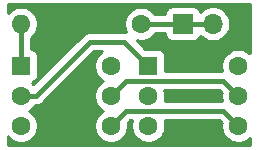
<source format=gbr>
%TF.GenerationSoftware,KiCad,Pcbnew,(5.1.6)-1*%
%TF.CreationDate,2021-08-30T08:33:36-07:00*%
%TF.ProjectId,4N25 Adapter,344e3235-2041-4646-9170-7465722e6b69,rev?*%
%TF.SameCoordinates,Original*%
%TF.FileFunction,Copper,L1,Top*%
%TF.FilePolarity,Positive*%
%FSLAX46Y46*%
G04 Gerber Fmt 4.6, Leading zero omitted, Abs format (unit mm)*
G04 Created by KiCad (PCBNEW (5.1.6)-1) date 2021-08-30 08:33:36*
%MOMM*%
%LPD*%
G01*
G04 APERTURE LIST*
%TA.AperFunction,ComponentPad*%
%ADD10C,1.600000*%
%TD*%
%TA.AperFunction,ComponentPad*%
%ADD11R,1.600000X1.600000*%
%TD*%
%TA.AperFunction,ComponentPad*%
%ADD12O,1.600000X1.600000*%
%TD*%
%TA.AperFunction,ComponentPad*%
%ADD13O,1.700000X1.700000*%
%TD*%
%TA.AperFunction,ComponentPad*%
%ADD14R,1.700000X1.700000*%
%TD*%
%TA.AperFunction,ViaPad*%
%ADD15C,0.800000*%
%TD*%
%TA.AperFunction,Conductor*%
%ADD16C,0.381000*%
%TD*%
%TA.AperFunction,Conductor*%
%ADD17C,0.254000*%
%TD*%
G04 APERTURE END LIST*
D10*
%TO.P,U1,6*%
%TO.N,Net-(U1-Pad6)*%
X113030000Y-90170000D03*
%TO.P,U1,5*%
%TO.N,Net-(J1-Pad5)*%
X113030000Y-92710000D03*
%TO.P,U1,4*%
%TO.N,Net-(J1-Pad4)*%
X113030000Y-95250000D03*
%TO.P,U1,3*%
%TO.N,Net-(U1-Pad3)*%
X105410000Y-95250000D03*
%TO.P,U1,2*%
%TO.N,Net-(J1-Pad1)*%
X105410000Y-92710000D03*
D11*
%TO.P,U1,1*%
%TO.N,Net-(R1-Pad2)*%
X105410000Y-90170000D03*
%TD*%
D12*
%TO.P,R1,2*%
%TO.N,Net-(R1-Pad2)*%
X105410000Y-86614000D03*
D10*
%TO.P,R1,1*%
%TO.N,Net-(J2-Pad1)*%
X115570000Y-86614000D03*
%TD*%
D13*
%TO.P,J2,2*%
%TO.N,Net-(J2-Pad1)*%
X121666000Y-86614000D03*
D14*
%TO.P,J2,1*%
X119126000Y-86614000D03*
%TD*%
D10*
%TO.P,J1,6*%
%TO.N,Net-(J1-Pad6)*%
X123825000Y-90170000D03*
%TO.P,J1,5*%
%TO.N,Net-(J1-Pad5)*%
X123825000Y-92710000D03*
%TO.P,J1,4*%
%TO.N,Net-(J1-Pad4)*%
X123825000Y-95250000D03*
%TO.P,J1,3*%
%TO.N,Net-(J1-Pad3)*%
X116205000Y-95250000D03*
%TO.P,J1,2*%
%TO.N,GND*%
X116205000Y-92710000D03*
D11*
%TO.P,J1,1*%
%TO.N,Net-(J1-Pad1)*%
X116205000Y-90170000D03*
%TD*%
D15*
%TO.N,GND*%
X120396000Y-88900000D03*
X106934000Y-94234000D03*
X124206000Y-85344000D03*
X114554000Y-96520000D03*
X106680000Y-85344000D03*
X118364000Y-92710000D03*
%TD*%
D16*
%TO.N,Net-(J1-Pad5)*%
X113030000Y-92710000D02*
X114300000Y-91440000D01*
X122555000Y-91440000D02*
X123825000Y-92710000D01*
X114300000Y-91440000D02*
X122555000Y-91440000D01*
%TO.N,Net-(J1-Pad4)*%
X113030000Y-95250000D02*
X114300000Y-93980000D01*
X114300000Y-93980000D02*
X122555000Y-93980000D01*
X122555000Y-93980000D02*
X123825000Y-95250000D01*
%TO.N,Net-(J1-Pad1)*%
X105410000Y-92710000D02*
X106680000Y-92710000D01*
X106680000Y-92710000D02*
X111252000Y-88138000D01*
X114173000Y-88138000D02*
X116205000Y-90170000D01*
X111252000Y-88138000D02*
X114173000Y-88138000D01*
%TO.N,Net-(J2-Pad1)*%
X115570000Y-86614000D02*
X119126000Y-86614000D01*
X119126000Y-86614000D02*
X121666000Y-86614000D01*
%TO.N,Net-(R1-Pad2)*%
X105410000Y-90170000D02*
X105410000Y-86614000D01*
%TD*%
D17*
%TO.N,GND*%
G36*
X112115241Y-89055363D02*
G01*
X111915363Y-89255241D01*
X111758320Y-89490273D01*
X111650147Y-89751426D01*
X111595000Y-90028665D01*
X111595000Y-90311335D01*
X111650147Y-90588574D01*
X111758320Y-90849727D01*
X111915363Y-91084759D01*
X112115241Y-91284637D01*
X112347759Y-91440000D01*
X112115241Y-91595363D01*
X111915363Y-91795241D01*
X111758320Y-92030273D01*
X111650147Y-92291426D01*
X111595000Y-92568665D01*
X111595000Y-92851335D01*
X111650147Y-93128574D01*
X111758320Y-93389727D01*
X111915363Y-93624759D01*
X112115241Y-93824637D01*
X112347759Y-93980000D01*
X112115241Y-94135363D01*
X111915363Y-94335241D01*
X111758320Y-94570273D01*
X111650147Y-94831426D01*
X111595000Y-95108665D01*
X111595000Y-95391335D01*
X111650147Y-95668574D01*
X111758320Y-95929727D01*
X111915363Y-96164759D01*
X112115241Y-96364637D01*
X112350273Y-96521680D01*
X112611426Y-96629853D01*
X112888665Y-96685000D01*
X113171335Y-96685000D01*
X113448574Y-96629853D01*
X113709727Y-96521680D01*
X113944759Y-96364637D01*
X114144637Y-96164759D01*
X114301680Y-95929727D01*
X114409853Y-95668574D01*
X114465000Y-95391335D01*
X114465000Y-95108665D01*
X114444056Y-95003376D01*
X114641933Y-94805500D01*
X114835886Y-94805500D01*
X114825147Y-94831426D01*
X114770000Y-95108665D01*
X114770000Y-95391335D01*
X114825147Y-95668574D01*
X114933320Y-95929727D01*
X115090363Y-96164759D01*
X115290241Y-96364637D01*
X115525273Y-96521680D01*
X115786426Y-96629853D01*
X116063665Y-96685000D01*
X116346335Y-96685000D01*
X116623574Y-96629853D01*
X116884727Y-96521680D01*
X117119759Y-96364637D01*
X117319637Y-96164759D01*
X117476680Y-95929727D01*
X117584853Y-95668574D01*
X117640000Y-95391335D01*
X117640000Y-95108665D01*
X117584853Y-94831426D01*
X117574114Y-94805500D01*
X122213068Y-94805500D01*
X122410944Y-95003376D01*
X122390000Y-95108665D01*
X122390000Y-95391335D01*
X122445147Y-95668574D01*
X122553320Y-95929727D01*
X122710363Y-96164759D01*
X122910241Y-96364637D01*
X123145273Y-96521680D01*
X123406426Y-96629853D01*
X123683665Y-96685000D01*
X123966335Y-96685000D01*
X124243574Y-96629853D01*
X124504727Y-96521680D01*
X124739759Y-96364637D01*
X124816001Y-96288395D01*
X124816001Y-96876000D01*
X104292000Y-96876000D01*
X104292000Y-96159726D01*
X104295363Y-96164759D01*
X104495241Y-96364637D01*
X104730273Y-96521680D01*
X104991426Y-96629853D01*
X105268665Y-96685000D01*
X105551335Y-96685000D01*
X105828574Y-96629853D01*
X106089727Y-96521680D01*
X106324759Y-96364637D01*
X106524637Y-96164759D01*
X106681680Y-95929727D01*
X106789853Y-95668574D01*
X106845000Y-95391335D01*
X106845000Y-95108665D01*
X106789853Y-94831426D01*
X106681680Y-94570273D01*
X106524637Y-94335241D01*
X106324759Y-94135363D01*
X106092241Y-93980000D01*
X106324759Y-93824637D01*
X106524637Y-93624759D01*
X106584278Y-93535500D01*
X106639450Y-93535500D01*
X106680000Y-93539494D01*
X106720550Y-93535500D01*
X106720553Y-93535500D01*
X106841826Y-93523556D01*
X106997434Y-93476353D01*
X107140842Y-93399699D01*
X107266541Y-93296541D01*
X107292398Y-93265034D01*
X111593933Y-88963500D01*
X112252724Y-88963500D01*
X112115241Y-89055363D01*
G37*
X112115241Y-89055363D02*
X111915363Y-89255241D01*
X111758320Y-89490273D01*
X111650147Y-89751426D01*
X111595000Y-90028665D01*
X111595000Y-90311335D01*
X111650147Y-90588574D01*
X111758320Y-90849727D01*
X111915363Y-91084759D01*
X112115241Y-91284637D01*
X112347759Y-91440000D01*
X112115241Y-91595363D01*
X111915363Y-91795241D01*
X111758320Y-92030273D01*
X111650147Y-92291426D01*
X111595000Y-92568665D01*
X111595000Y-92851335D01*
X111650147Y-93128574D01*
X111758320Y-93389727D01*
X111915363Y-93624759D01*
X112115241Y-93824637D01*
X112347759Y-93980000D01*
X112115241Y-94135363D01*
X111915363Y-94335241D01*
X111758320Y-94570273D01*
X111650147Y-94831426D01*
X111595000Y-95108665D01*
X111595000Y-95391335D01*
X111650147Y-95668574D01*
X111758320Y-95929727D01*
X111915363Y-96164759D01*
X112115241Y-96364637D01*
X112350273Y-96521680D01*
X112611426Y-96629853D01*
X112888665Y-96685000D01*
X113171335Y-96685000D01*
X113448574Y-96629853D01*
X113709727Y-96521680D01*
X113944759Y-96364637D01*
X114144637Y-96164759D01*
X114301680Y-95929727D01*
X114409853Y-95668574D01*
X114465000Y-95391335D01*
X114465000Y-95108665D01*
X114444056Y-95003376D01*
X114641933Y-94805500D01*
X114835886Y-94805500D01*
X114825147Y-94831426D01*
X114770000Y-95108665D01*
X114770000Y-95391335D01*
X114825147Y-95668574D01*
X114933320Y-95929727D01*
X115090363Y-96164759D01*
X115290241Y-96364637D01*
X115525273Y-96521680D01*
X115786426Y-96629853D01*
X116063665Y-96685000D01*
X116346335Y-96685000D01*
X116623574Y-96629853D01*
X116884727Y-96521680D01*
X117119759Y-96364637D01*
X117319637Y-96164759D01*
X117476680Y-95929727D01*
X117584853Y-95668574D01*
X117640000Y-95391335D01*
X117640000Y-95108665D01*
X117584853Y-94831426D01*
X117574114Y-94805500D01*
X122213068Y-94805500D01*
X122410944Y-95003376D01*
X122390000Y-95108665D01*
X122390000Y-95391335D01*
X122445147Y-95668574D01*
X122553320Y-95929727D01*
X122710363Y-96164759D01*
X122910241Y-96364637D01*
X123145273Y-96521680D01*
X123406426Y-96629853D01*
X123683665Y-96685000D01*
X123966335Y-96685000D01*
X124243574Y-96629853D01*
X124504727Y-96521680D01*
X124739759Y-96364637D01*
X124816001Y-96288395D01*
X124816001Y-96876000D01*
X104292000Y-96876000D01*
X104292000Y-96159726D01*
X104295363Y-96164759D01*
X104495241Y-96364637D01*
X104730273Y-96521680D01*
X104991426Y-96629853D01*
X105268665Y-96685000D01*
X105551335Y-96685000D01*
X105828574Y-96629853D01*
X106089727Y-96521680D01*
X106324759Y-96364637D01*
X106524637Y-96164759D01*
X106681680Y-95929727D01*
X106789853Y-95668574D01*
X106845000Y-95391335D01*
X106845000Y-95108665D01*
X106789853Y-94831426D01*
X106681680Y-94570273D01*
X106524637Y-94335241D01*
X106324759Y-94135363D01*
X106092241Y-93980000D01*
X106324759Y-93824637D01*
X106524637Y-93624759D01*
X106584278Y-93535500D01*
X106639450Y-93535500D01*
X106680000Y-93539494D01*
X106720550Y-93535500D01*
X106720553Y-93535500D01*
X106841826Y-93523556D01*
X106997434Y-93476353D01*
X107140842Y-93399699D01*
X107266541Y-93296541D01*
X107292398Y-93265034D01*
X111593933Y-88963500D01*
X112252724Y-88963500D01*
X112115241Y-89055363D01*
G36*
X122410944Y-92463376D02*
G01*
X122390000Y-92568665D01*
X122390000Y-92851335D01*
X122445147Y-93128574D01*
X122455886Y-93154500D01*
X117572975Y-93154500D01*
X117631300Y-92921816D01*
X117645217Y-92639488D01*
X117603787Y-92359870D01*
X117570039Y-92265500D01*
X122213068Y-92265500D01*
X122410944Y-92463376D01*
G37*
X122410944Y-92463376D02*
X122390000Y-92568665D01*
X122390000Y-92851335D01*
X122445147Y-93128574D01*
X122455886Y-93154500D01*
X117572975Y-93154500D01*
X117631300Y-92921816D01*
X117645217Y-92639488D01*
X117603787Y-92359870D01*
X117570039Y-92265500D01*
X122213068Y-92265500D01*
X122410944Y-92463376D01*
G36*
X116398748Y-92695858D02*
G01*
X116384605Y-92710000D01*
X116398748Y-92724143D01*
X116219143Y-92903748D01*
X116205000Y-92889605D01*
X116190858Y-92903748D01*
X116011253Y-92724143D01*
X116025395Y-92710000D01*
X116011253Y-92695858D01*
X116190858Y-92516253D01*
X116205000Y-92530395D01*
X116219143Y-92516253D01*
X116398748Y-92695858D01*
G37*
X116398748Y-92695858D02*
X116384605Y-92710000D01*
X116398748Y-92724143D01*
X116219143Y-92903748D01*
X116205000Y-92889605D01*
X116190858Y-92903748D01*
X116011253Y-92724143D01*
X116025395Y-92710000D01*
X116011253Y-92695858D01*
X116190858Y-92516253D01*
X116205000Y-92530395D01*
X116219143Y-92516253D01*
X116398748Y-92695858D01*
G36*
X124816000Y-89131604D02*
G01*
X124739759Y-89055363D01*
X124504727Y-88898320D01*
X124243574Y-88790147D01*
X123966335Y-88735000D01*
X123683665Y-88735000D01*
X123406426Y-88790147D01*
X123145273Y-88898320D01*
X122910241Y-89055363D01*
X122710363Y-89255241D01*
X122553320Y-89490273D01*
X122445147Y-89751426D01*
X122390000Y-90028665D01*
X122390000Y-90311335D01*
X122445147Y-90588574D01*
X122455886Y-90614500D01*
X117643072Y-90614500D01*
X117643072Y-89370000D01*
X117630812Y-89245518D01*
X117594502Y-89125820D01*
X117535537Y-89015506D01*
X117456185Y-88918815D01*
X117359494Y-88839463D01*
X117249180Y-88780498D01*
X117129482Y-88744188D01*
X117005000Y-88731928D01*
X115934361Y-88731928D01*
X115207424Y-88004992D01*
X115428665Y-88049000D01*
X115711335Y-88049000D01*
X115988574Y-87993853D01*
X116249727Y-87885680D01*
X116484759Y-87728637D01*
X116684637Y-87528759D01*
X116744278Y-87439500D01*
X117637928Y-87439500D01*
X117637928Y-87464000D01*
X117650188Y-87588482D01*
X117686498Y-87708180D01*
X117745463Y-87818494D01*
X117824815Y-87915185D01*
X117921506Y-87994537D01*
X118031820Y-88053502D01*
X118151518Y-88089812D01*
X118276000Y-88102072D01*
X119976000Y-88102072D01*
X120100482Y-88089812D01*
X120220180Y-88053502D01*
X120330494Y-87994537D01*
X120427185Y-87915185D01*
X120506537Y-87818494D01*
X120565502Y-87708180D01*
X120587513Y-87635620D01*
X120719368Y-87767475D01*
X120962589Y-87929990D01*
X121232842Y-88041932D01*
X121519740Y-88099000D01*
X121812260Y-88099000D01*
X122099158Y-88041932D01*
X122369411Y-87929990D01*
X122612632Y-87767475D01*
X122819475Y-87560632D01*
X122981990Y-87317411D01*
X123093932Y-87047158D01*
X123151000Y-86760260D01*
X123151000Y-86467740D01*
X123093932Y-86180842D01*
X122981990Y-85910589D01*
X122819475Y-85667368D01*
X122612632Y-85460525D01*
X122369411Y-85298010D01*
X122099158Y-85186068D01*
X121812260Y-85129000D01*
X121519740Y-85129000D01*
X121232842Y-85186068D01*
X120962589Y-85298010D01*
X120719368Y-85460525D01*
X120587513Y-85592380D01*
X120565502Y-85519820D01*
X120506537Y-85409506D01*
X120427185Y-85312815D01*
X120330494Y-85233463D01*
X120220180Y-85174498D01*
X120100482Y-85138188D01*
X119976000Y-85125928D01*
X118276000Y-85125928D01*
X118151518Y-85138188D01*
X118031820Y-85174498D01*
X117921506Y-85233463D01*
X117824815Y-85312815D01*
X117745463Y-85409506D01*
X117686498Y-85519820D01*
X117650188Y-85639518D01*
X117637928Y-85764000D01*
X117637928Y-85788500D01*
X116744278Y-85788500D01*
X116684637Y-85699241D01*
X116484759Y-85499363D01*
X116249727Y-85342320D01*
X115988574Y-85234147D01*
X115711335Y-85179000D01*
X115428665Y-85179000D01*
X115151426Y-85234147D01*
X114890273Y-85342320D01*
X114655241Y-85499363D01*
X114455363Y-85699241D01*
X114298320Y-85934273D01*
X114190147Y-86195426D01*
X114135000Y-86472665D01*
X114135000Y-86755335D01*
X114190147Y-87032574D01*
X114298320Y-87293727D01*
X114317719Y-87322759D01*
X114213553Y-87312500D01*
X114213550Y-87312500D01*
X114173000Y-87308506D01*
X114132450Y-87312500D01*
X111292542Y-87312500D01*
X111251999Y-87308507D01*
X111211456Y-87312500D01*
X111211447Y-87312500D01*
X111090174Y-87324444D01*
X110934566Y-87371647D01*
X110791158Y-87448301D01*
X110665459Y-87551459D01*
X110639607Y-87582960D01*
X106475982Y-91746586D01*
X106326039Y-91596643D01*
X106334482Y-91595812D01*
X106454180Y-91559502D01*
X106564494Y-91500537D01*
X106661185Y-91421185D01*
X106740537Y-91324494D01*
X106799502Y-91214180D01*
X106835812Y-91094482D01*
X106848072Y-90970000D01*
X106848072Y-89370000D01*
X106835812Y-89245518D01*
X106799502Y-89125820D01*
X106740537Y-89015506D01*
X106661185Y-88918815D01*
X106564494Y-88839463D01*
X106454180Y-88780498D01*
X106334482Y-88744188D01*
X106235500Y-88734439D01*
X106235500Y-87788278D01*
X106324759Y-87728637D01*
X106524637Y-87528759D01*
X106681680Y-87293727D01*
X106789853Y-87032574D01*
X106845000Y-86755335D01*
X106845000Y-86472665D01*
X106789853Y-86195426D01*
X106681680Y-85934273D01*
X106524637Y-85699241D01*
X106324759Y-85499363D01*
X106089727Y-85342320D01*
X105828574Y-85234147D01*
X105551335Y-85179000D01*
X105268665Y-85179000D01*
X104991426Y-85234147D01*
X104730273Y-85342320D01*
X104495241Y-85499363D01*
X104295363Y-85699241D01*
X104292000Y-85704274D01*
X104292000Y-84988000D01*
X124816000Y-84988000D01*
X124816000Y-89131604D01*
G37*
X124816000Y-89131604D02*
X124739759Y-89055363D01*
X124504727Y-88898320D01*
X124243574Y-88790147D01*
X123966335Y-88735000D01*
X123683665Y-88735000D01*
X123406426Y-88790147D01*
X123145273Y-88898320D01*
X122910241Y-89055363D01*
X122710363Y-89255241D01*
X122553320Y-89490273D01*
X122445147Y-89751426D01*
X122390000Y-90028665D01*
X122390000Y-90311335D01*
X122445147Y-90588574D01*
X122455886Y-90614500D01*
X117643072Y-90614500D01*
X117643072Y-89370000D01*
X117630812Y-89245518D01*
X117594502Y-89125820D01*
X117535537Y-89015506D01*
X117456185Y-88918815D01*
X117359494Y-88839463D01*
X117249180Y-88780498D01*
X117129482Y-88744188D01*
X117005000Y-88731928D01*
X115934361Y-88731928D01*
X115207424Y-88004992D01*
X115428665Y-88049000D01*
X115711335Y-88049000D01*
X115988574Y-87993853D01*
X116249727Y-87885680D01*
X116484759Y-87728637D01*
X116684637Y-87528759D01*
X116744278Y-87439500D01*
X117637928Y-87439500D01*
X117637928Y-87464000D01*
X117650188Y-87588482D01*
X117686498Y-87708180D01*
X117745463Y-87818494D01*
X117824815Y-87915185D01*
X117921506Y-87994537D01*
X118031820Y-88053502D01*
X118151518Y-88089812D01*
X118276000Y-88102072D01*
X119976000Y-88102072D01*
X120100482Y-88089812D01*
X120220180Y-88053502D01*
X120330494Y-87994537D01*
X120427185Y-87915185D01*
X120506537Y-87818494D01*
X120565502Y-87708180D01*
X120587513Y-87635620D01*
X120719368Y-87767475D01*
X120962589Y-87929990D01*
X121232842Y-88041932D01*
X121519740Y-88099000D01*
X121812260Y-88099000D01*
X122099158Y-88041932D01*
X122369411Y-87929990D01*
X122612632Y-87767475D01*
X122819475Y-87560632D01*
X122981990Y-87317411D01*
X123093932Y-87047158D01*
X123151000Y-86760260D01*
X123151000Y-86467740D01*
X123093932Y-86180842D01*
X122981990Y-85910589D01*
X122819475Y-85667368D01*
X122612632Y-85460525D01*
X122369411Y-85298010D01*
X122099158Y-85186068D01*
X121812260Y-85129000D01*
X121519740Y-85129000D01*
X121232842Y-85186068D01*
X120962589Y-85298010D01*
X120719368Y-85460525D01*
X120587513Y-85592380D01*
X120565502Y-85519820D01*
X120506537Y-85409506D01*
X120427185Y-85312815D01*
X120330494Y-85233463D01*
X120220180Y-85174498D01*
X120100482Y-85138188D01*
X119976000Y-85125928D01*
X118276000Y-85125928D01*
X118151518Y-85138188D01*
X118031820Y-85174498D01*
X117921506Y-85233463D01*
X117824815Y-85312815D01*
X117745463Y-85409506D01*
X117686498Y-85519820D01*
X117650188Y-85639518D01*
X117637928Y-85764000D01*
X117637928Y-85788500D01*
X116744278Y-85788500D01*
X116684637Y-85699241D01*
X116484759Y-85499363D01*
X116249727Y-85342320D01*
X115988574Y-85234147D01*
X115711335Y-85179000D01*
X115428665Y-85179000D01*
X115151426Y-85234147D01*
X114890273Y-85342320D01*
X114655241Y-85499363D01*
X114455363Y-85699241D01*
X114298320Y-85934273D01*
X114190147Y-86195426D01*
X114135000Y-86472665D01*
X114135000Y-86755335D01*
X114190147Y-87032574D01*
X114298320Y-87293727D01*
X114317719Y-87322759D01*
X114213553Y-87312500D01*
X114213550Y-87312500D01*
X114173000Y-87308506D01*
X114132450Y-87312500D01*
X111292542Y-87312500D01*
X111251999Y-87308507D01*
X111211456Y-87312500D01*
X111211447Y-87312500D01*
X111090174Y-87324444D01*
X110934566Y-87371647D01*
X110791158Y-87448301D01*
X110665459Y-87551459D01*
X110639607Y-87582960D01*
X106475982Y-91746586D01*
X106326039Y-91596643D01*
X106334482Y-91595812D01*
X106454180Y-91559502D01*
X106564494Y-91500537D01*
X106661185Y-91421185D01*
X106740537Y-91324494D01*
X106799502Y-91214180D01*
X106835812Y-91094482D01*
X106848072Y-90970000D01*
X106848072Y-89370000D01*
X106835812Y-89245518D01*
X106799502Y-89125820D01*
X106740537Y-89015506D01*
X106661185Y-88918815D01*
X106564494Y-88839463D01*
X106454180Y-88780498D01*
X106334482Y-88744188D01*
X106235500Y-88734439D01*
X106235500Y-87788278D01*
X106324759Y-87728637D01*
X106524637Y-87528759D01*
X106681680Y-87293727D01*
X106789853Y-87032574D01*
X106845000Y-86755335D01*
X106845000Y-86472665D01*
X106789853Y-86195426D01*
X106681680Y-85934273D01*
X106524637Y-85699241D01*
X106324759Y-85499363D01*
X106089727Y-85342320D01*
X105828574Y-85234147D01*
X105551335Y-85179000D01*
X105268665Y-85179000D01*
X104991426Y-85234147D01*
X104730273Y-85342320D01*
X104495241Y-85499363D01*
X104295363Y-85699241D01*
X104292000Y-85704274D01*
X104292000Y-84988000D01*
X124816000Y-84988000D01*
X124816000Y-89131604D01*
%TD*%
M02*

</source>
